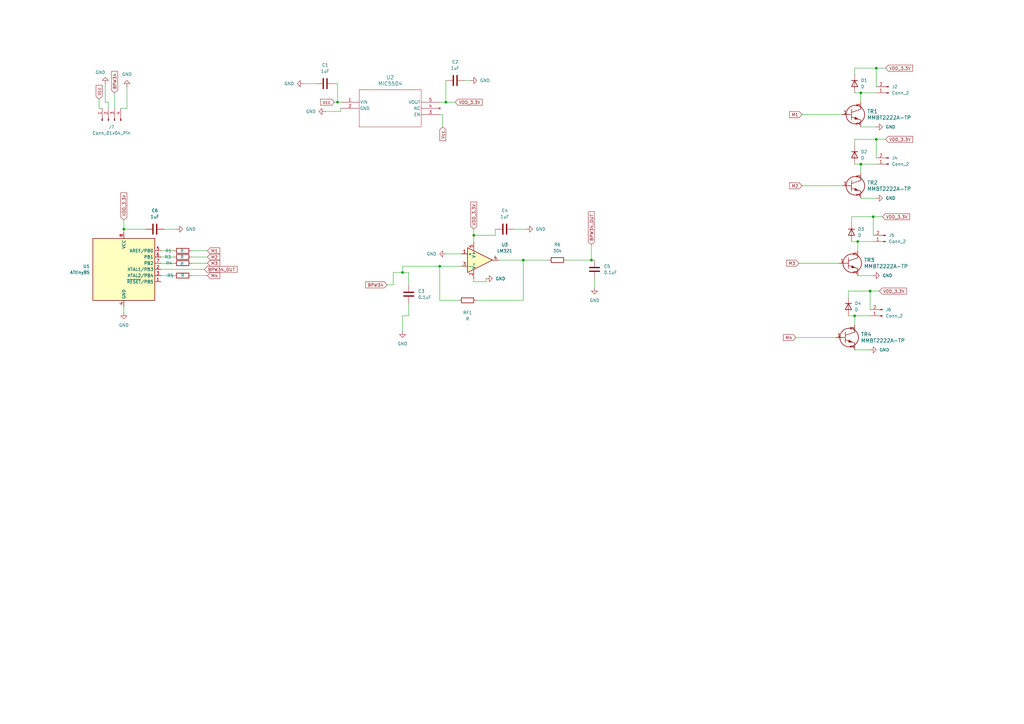
<source format=kicad_sch>
(kicad_sch (version 20231120) (generator "eeschema") (generator_version "8.0")
  (paper "A3")
  (lib_symbols
    (symbol "Amplifier_Operational:LM321" (pin_names (offset 0.127))
      (property "Reference" "U" (at 0 7.62 0))
      (property "Value" "LM321" (at 0 5.08 0))
      (symbol "LM321_0_1"
        (polyline (pts (xy -5.08 5.08) (xy 5.08 0) (xy -5.08 -5.08) (xy -5.08 5.08)) (stroke (width 0.254)) (fill (type background)))
      )
      (symbol "LM321_1_1"
        (pin input line (at -7.62 2.54 0) (length 2.54) (name "+") (number "1"))
        (pin power_in line (at -2.54 -7.62 90) (length 3.81) (name "V-") (number "2"))
        (pin input line (at -7.62 -2.54 0) (length 2.54) (name "-") (number "3"))
        (pin output line (at 7.62 0 180) (length 2.54) (name "~") (number "4"))
        (pin power_in line (at -2.54 7.62 270) (length 3.81) (name "V+") (number "5"))
      )
    )
    (symbol "Connector:Conn_01x02_Pin" (pin_names (offset 1.016) hide)
      (property "Reference" "J" (at 0 2.54 0))
      (property "Value" "Conn_01x02_Pin" (at 0 -5.08 0))
      (symbol "Conn_01x02_Pin_1_1"
        (polyline (pts (xy 1.27 -2.54) (xy 0.8636 -2.54)) (stroke (width 0.1524)))
        (polyline (pts (xy 1.27 0) (xy 0.8636 0)) (stroke (width 0.1524)))
        (rectangle (start 0.8636 -2.413) (end 0 -2.667) (stroke (width 0.1524)) (fill (type outline)))
        (rectangle (start 0.8636 0.127) (end 0 -0.127) (stroke (width 0.1524)) (fill (type outline)))
        (pin passive line (at 5.08 0 180) (length 3.81) (name "Pin_1") (number "1"))
        (pin passive line (at 5.08 -2.54 180) (length 3.81) (name "Pin_2") (number "2"))
      )
    )
    (symbol "Connector:Conn_01x04_Pin" (pin_names (offset 1.016) hide)
      (property "Reference" "J" (at 0 5.08 0))
      (property "Value" "Conn_01x04_Pin" (at 0 -7.62 0))
      (symbol "Conn_01x04_Pin_1_1"
        (polyline (pts (xy 1.27 -5.08) (xy 0.8636 -5.08)) (stroke (width 0.1524)))
        (polyline (pts (xy 1.27 -2.54) (xy 0.8636 -2.54)) (stroke (width 0.1524)))
        (polyline (pts (xy 1.27 0) (xy 0.8636 0)) (stroke (width 0.1524)))
        (polyline (pts (xy 1.27 2.54) (xy 0.8636 2.54)) (stroke (width 0.1524)))
        (rectangle (start 0.8636 -4.953) (end 0 -5.207) (stroke (width 0.1524)) (fill (type outline)))
        (rectangle (start 0.8636 -2.413) (end 0 -2.667) (stroke (width 0.1524)) (fill (type outline)))
        (rectangle (start 0.8636 0.127) (end 0 -0.127) (stroke (width 0.1524)) (fill (type outline)))
        (rectangle (start 0.8636 2.667) (end 0 2.413) (stroke (width 0.1524)) (fill (type outline)))
        (pin passive line (at 5.08 2.54 180) (length 3.81) (name "Pin_1") (number "1"))
        (pin passive line (at 5.08 0 180) (length 3.81) (name "Pin_2") (number "2"))
        (pin passive line (at 5.08 -2.54 180) (length 3.81) (name "Pin_3") (number "3"))
        (pin passive line (at 5.08 -5.08 180) (length 3.81) (name "Pin_4") (number "4"))
      )
    )
    (symbol "Device:C" (pin_numbers hide) (pin_names (offset 0.254))
      (property "Reference" "C" (at 0.635 2.54 0))
      (property "Value" "C" (at 0.635 -2.54 0))
      (symbol "C_0_1"
        (polyline (pts (xy -2.032 -0.762) (xy 2.032 -0.762)) (stroke (width 0.508)))
        (polyline (pts (xy -2.032 0.762) (xy 2.032 0.762)) (stroke (width 0.508)))
      )
      (symbol "C_1_1"
        (pin passive line (at 0 3.81 270) (length 2.794) (name "~") (number "1"))
        (pin passive line (at 0 -3.81 90) (length 2.794) (name "~") (number "2"))
      )
    )
    (symbol "Device:D" (pin_numbers hide) (pin_names (offset 1.016) hide)
      (property "Reference" "D" (at 0 2.54 0))
      (property "Value" "D" (at 0 -2.54 0))
      (symbol "D_0_1"
        (polyline (pts (xy -1.27 1.27) (xy -1.27 -1.27)) (stroke (width 0.254)))
        (polyline (pts (xy 1.27 0) (xy -1.27 0)))
        (polyline (pts (xy 1.27 1.27) (xy 1.27 -1.27) (xy -1.27 0) (xy 1.27 1.27)) (stroke (width 0.254)))
      )
      (symbol "D_1_1"
        (pin passive line (at -3.81 0 0) (length 2.54) (name "K") (number "1"))
        (pin passive line (at 3.81 0 180) (length 2.54) (name "A") (number "2"))
      )
    )
    (symbol "Device:R" (pin_numbers hide) (pin_names (offset 0))
      (property "Reference" "R" (at 2.032 0 90))
      (property "Value" "R" (at 0 0 90))
      (symbol "R_0_1"
        (rectangle (start -1.016 -2.54) (end 1.016 2.54) (stroke (width 0.254)))
      )
      (symbol "R_1_1"
        (pin passive line (at 0 3.81 270) (length 1.27) (name "~") (number "1"))
        (pin passive line (at 0 -3.81 90) (length 1.27) (name "~") (number "2"))
      )
    )
    (symbol "MCU_Microchip_ATtiny:ATtiny85-20S"
      (property "Reference" "U" (at -12.7 13.97 0))
      (property "Value" "ATtiny85-20S" (at 2.54 -13.97 0))
      (symbol "ATtiny85-20S_0_1"
        (rectangle (start -12.7 -12.7) (end 12.7 12.7) (stroke (width 0.254)) (fill (type background)))
      )
      (symbol "ATtiny85-20S_1_1"
        (pin bidirectional line (at 15.24 -5.08 180) (length 2.54) (name "~{RESET}/PB5") (number "1"))
        (pin bidirectional line (at 15.24 0 180) (length 2.54) (name "XTAL1/PB3") (number "2"))
        (pin bidirectional line (at 15.24 -2.54 180) (length 2.54) (name "XTAL2/PB4") (number "3"))
        (pin power_in line (at 0 -15.24 90) (length 2.54) (name "GND") (number "4"))
        (pin bidirectional line (at 15.24 7.62 180) (length 2.54) (name "AREF/PB0") (number "5"))
        (pin bidirectional line (at 15.24 5.08 180) (length 2.54) (name "PB1") (number "6"))
        (pin bidirectional line (at 15.24 2.54 180) (length 2.54) (name "PB2") (number "7"))
        (pin power_in line (at 0 15.24 270) (length 2.54) (name "VCC") (number "8"))
      )
    )
    (symbol "MIC5504:MIC5504-3.3YM5-TR" (pin_names (offset 0.254))
      (property "Reference" "U" (at 20.32 10.16 0))
      (property "Value" "MIC5504-3.3YM5-TR" (at 20.32 7.62 0))
      (symbol "MIC5504-3.3YM5-TR_0_1"
        (polyline (pts (xy 7.62 -10.16) (xy 33.02 -10.16)) (stroke (width 0.127)))
        (polyline (pts (xy 7.62 5.08) (xy 7.62 -10.16)) (stroke (width 0.127)))
        (polyline (pts (xy 33.02 -10.16) (xy 33.02 5.08)) (stroke (width 0.127)))
        (polyline (pts (xy 33.02 5.08) (xy 7.62 5.08)) (stroke (width 0.127)))
        (pin input line (at 0 0 0) (length 7.62) (name "VIN") (number "1"))
        (pin power_in line (at 0 -2.54 0) (length 7.62) (name "GND") (number "2"))
        (pin input line (at 40.64 -5.08 180) (length 7.62) (name "EN") (number "3"))
        (pin no_connect line (at 40.64 -2.54 180) (length 7.62) (name "NC") (number "4"))
        (pin output line (at 40.64 0 180) (length 7.62) (name "VOUT") (number "5"))
      )
    )
    (symbol "MMBT2222A:MMBT2222A-TP" (pin_names (offset 0.254))
      (property "Reference" "TR" (at 10.16 2.54 0))
      (property "Value" "MMBT2222A-TP" (at 10.16 -2.54 0))
      (symbol "MMBT2222A-TP_0_1"
        (polyline (pts (xy 2.54 0) (xy 3.81 0)) (stroke (width 0.2032)))
        (polyline (pts (xy 3.81 -2.2098) (xy 3.81 2.2098)) (stroke (width 0.2032)))
        (polyline (pts (xy 3.81 -0.9398) (xy 7.62 -2.2098)) (stroke (width 0.2032)))
        (polyline (pts (xy 3.81 0.9398) (xy 7.62 2.2098)) (stroke (width 0.2032)))
        (polyline (pts (xy 7.62 -2.54) (xy 7.62 -2.2098)) (stroke (width 0.2032)))
        (polyline (pts (xy 7.62 2.2098) (xy 7.62 2.54)) (stroke (width 0.2032)))
        (polyline (pts (xy 5.3848 -0.9398) (xy 5.08 -1.905) (xy 6.6548 -1.905)) (fill (type outline)))
        (circle (center 5.3848 0) (radius 3.81) (stroke (width 0.254)))
        (pin unspecified line (at 0 0 0) (length 2.54) (name "") (number "1"))
        (pin unspecified line (at 7.62 -5.08 90) (length 2.54) (name "") (number "2"))
        (pin unspecified line (at 7.62 5.08 270) (length 2.54) (name "") (number "3"))
      )
    )
    (symbol "power:GND" (power) (pin_numbers hide) (pin_names (offset 0) hide)
      (property "Value" "GND" (at 0 -3.81 0))
      (symbol "GND_0_1"
        (polyline (pts (xy 0 0) (xy 0 -1.27) (xy 1.27 -1.27) (xy 0 -2.54) (xy -1.27 -1.27) (xy 0 -1.27)))
      )
      (symbol "GND_1_1"
        (pin power_in line (at 0 0 270) (length 0) (name "~") (number "1"))
      )
    )
  )
  (junction (at 350.52 129.54))
  (junction (at 353.06 38.1))
  (junction (at 180.34 109.22))
  (junction (at 182.88 41.91))
  (junction (at 359.41 57.15))
  (junction (at 214.63 106.68))
  (junction (at 165.1 111.76))
  (junction (at 356.87 119.38))
  (junction (at 353.06 67.31))
  (junction (at 138.43 41.91))
  (junction (at 358.14 88.9))
  (junction (at 359.41 27.94))
  (junction (at 242.57 106.68))
  (junction (at 50.8 93.98))
  (junction (at 194.31 96.52))
  (junction (at 351.79 99.06))
  (wire (pts (xy 133.35 45.72) (xy 139.7 45.72)))
  (wire (pts (xy 359.41 57.15) (xy 359.41 64.77)))
  (wire (pts (xy 359.41 57.15) (xy 363.22 57.15)))
  (wire (pts (xy 353.06 38.1) (xy 353.06 41.91)))
  (wire (pts (xy 353.06 52.07) (xy 359.41 52.07)))
  (wire (pts (xy 242.57 106.68) (xy 243.84 106.68)))
  (wire (pts (xy 356.87 119.38) (xy 360.68 119.38)))
  (wire (pts (xy 43.18 41.91) (xy 44.45 41.91)))
  (wire (pts (xy 182.88 33.02) (xy 182.88 41.91)))
  (wire (pts (xy 138.43 34.29) (xy 138.43 41.91)))
  (wire (pts (xy 78.74 102.87) (xy 85.09 102.87)))
  (wire (pts (xy 358.14 88.9) (xy 358.14 96.52)))
  (wire (pts (xy 189.23 109.22) (xy 180.34 109.22)))
  (wire (pts (xy 167.64 111.76) (xy 165.1 111.76)))
  (wire (pts (xy 350.52 59.69) (xy 350.52 57.15)))
  (wire (pts (xy 78.74 107.95) (xy 85.09 107.95)))
  (wire (pts (xy 327.66 107.95) (xy 344.17 107.95)))
  (wire (pts (xy 182.88 41.91) (xy 186.69 41.91)))
  (wire (pts (xy 44.45 41.91) (xy 44.45 44.45)))
  (wire (pts (xy 359.41 27.94) (xy 359.41 35.56)))
  (wire (pts (xy 203.2 93.98) (xy 203.2 96.52)))
  (wire (pts (xy 350.52 38.1) (xy 353.06 38.1)))
  (wire (pts (xy 40.64 40.64) (xy 40.64 44.45)))
  (wire (pts (xy 50.8 93.98) (xy 59.69 93.98)))
  (wire (pts (xy 194.31 96.52) (xy 194.31 99.06)))
  (wire (pts (xy 167.64 124.46) (xy 167.64 129.54)))
  (wire (pts (xy 326.39 138.43) (xy 342.9 138.43)))
  (wire (pts (xy 350.52 27.94) (xy 359.41 27.94)))
  (wire (pts (xy 52.07 35.56) (xy 52.07 44.45)))
  (wire (pts (xy 195.58 123.19) (xy 214.63 123.19)))
  (wire (pts (xy 359.41 67.31) (xy 353.06 67.31)))
  (wire (pts (xy 137.16 41.91) (xy 138.43 41.91)))
  (wire (pts (xy 328.93 46.99) (xy 345.44 46.99)))
  (wire (pts (xy 243.84 114.3) (xy 243.84 118.11)))
  (wire (pts (xy 165.1 129.54) (xy 165.1 135.89)))
  (wire (pts (xy 78.74 113.03) (xy 85.09 113.03)))
  (wire (pts (xy 180.34 109.22) (xy 165.1 109.22)))
  (wire (pts (xy 181.61 46.99) (xy 181.61 52.07)))
  (wire (pts (xy 167.64 116.84) (xy 167.64 111.76)))
  (wire (pts (xy 190.5 33.02) (xy 193.04 33.02)))
  (wire (pts (xy 210.82 93.98) (xy 215.9 93.98)))
  (wire (pts (xy 359.41 38.1) (xy 353.06 38.1)))
  (wire (pts (xy 180.34 123.19) (xy 180.34 109.22)))
  (wire (pts (xy 165.1 129.54) (xy 167.64 129.54)))
  (wire (pts (xy 214.63 106.68) (xy 224.79 106.68)))
  (wire (pts (xy 138.43 41.91) (xy 139.7 41.91)))
  (wire (pts (xy 349.25 99.06) (xy 351.79 99.06)))
  (wire (pts (xy 350.52 30.48) (xy 350.52 27.94)))
  (wire (pts (xy 351.79 113.03) (xy 358.14 113.03)))
  (wire (pts (xy 214.63 123.19) (xy 214.63 106.68)))
  (wire (pts (xy 328.93 76.2) (xy 345.44 76.2)))
  (wire (pts (xy 359.41 27.94) (xy 363.22 27.94)))
  (wire (pts (xy 351.79 99.06) (xy 351.79 102.87)))
  (wire (pts (xy 139.7 45.72) (xy 139.7 44.45)))
  (wire (pts (xy 358.14 99.06) (xy 351.79 99.06)))
  (wire (pts (xy 46.99 38.1) (xy 46.99 44.45)))
  (wire (pts (xy 242.57 100.33) (xy 242.57 106.68)))
  (wire (pts (xy 182.88 104.14) (xy 189.23 104.14)))
  (wire (pts (xy 203.2 96.52) (xy 194.31 96.52)))
  (wire (pts (xy 232.41 106.68) (xy 242.57 106.68)))
  (wire (pts (xy 349.25 88.9) (xy 358.14 88.9)))
  (wire (pts (xy 194.31 115.57) (xy 199.39 115.57)))
  (wire (pts (xy 67.31 93.98) (xy 72.39 93.98)))
  (wire (pts (xy 66.04 105.41) (xy 71.12 105.41)))
  (wire (pts (xy 43.18 34.29) (xy 43.18 41.91)))
  (wire (pts (xy 356.87 119.38) (xy 356.87 127)))
  (wire (pts (xy 50.8 90.17) (xy 50.8 93.98)))
  (wire (pts (xy 350.52 57.15) (xy 359.41 57.15)))
  (wire (pts (xy 199.39 115.57) (xy 199.39 114.3)))
  (wire (pts (xy 187.96 123.19) (xy 180.34 123.19)))
  (wire (pts (xy 350.52 143.51) (xy 356.87 143.51)))
  (wire (pts (xy 165.1 111.76) (xy 161.29 111.76)))
  (wire (pts (xy 358.14 88.9) (xy 361.95 88.9)))
  (wire (pts (xy 353.06 81.28) (xy 359.41 81.28)))
  (wire (pts (xy 214.63 106.68) (xy 204.47 106.68)))
  (wire (pts (xy 347.98 121.92) (xy 347.98 119.38)))
  (wire (pts (xy 356.87 129.54) (xy 350.52 129.54)))
  (wire (pts (xy 50.8 125.73) (xy 50.8 128.27)))
  (wire (pts (xy 194.31 93.98) (xy 194.31 96.52)))
  (wire (pts (xy 165.1 109.22) (xy 165.1 111.76)))
  (wire (pts (xy 347.98 119.38) (xy 356.87 119.38)))
  (wire (pts (xy 124.46 34.29) (xy 129.54 34.29)))
  (wire (pts (xy 180.34 46.99) (xy 181.61 46.99)))
  (wire (pts (xy 66.04 102.87) (xy 71.12 102.87)))
  (wire (pts (xy 194.31 115.57) (xy 194.31 114.3)))
  (wire (pts (xy 78.74 105.41) (xy 85.09 105.41)))
  (wire (pts (xy 161.29 111.76) (xy 161.29 116.84)))
  (wire (pts (xy 158.75 116.84) (xy 161.29 116.84)))
  (wire (pts (xy 137.16 34.29) (xy 138.43 34.29)))
  (wire (pts (xy 353.06 67.31) (xy 353.06 71.12)))
  (wire (pts (xy 50.8 93.98) (xy 50.8 95.25)))
  (wire (pts (xy 350.52 129.54) (xy 350.52 133.35)))
  (wire (pts (xy 66.04 107.95) (xy 71.12 107.95)))
  (wire (pts (xy 66.04 113.03) (xy 71.12 113.03)))
  (wire (pts (xy 347.98 129.54) (xy 350.52 129.54)))
  (wire (pts (xy 350.52 67.31) (xy 353.06 67.31)))
  (wire (pts (xy 180.34 41.91) (xy 182.88 41.91)))
  (wire (pts (xy 349.25 91.44) (xy 349.25 88.9)))
  (wire (pts (xy 40.64 44.45) (xy 41.91 44.45)))
  (wire (pts (xy 66.04 110.49) (xy 83.82 110.49)))
  (wire (pts (xy 52.07 44.45) (xy 49.53 44.45)))
  (global_label "M4" (shape input) (at 85.09 113.03 0) (property "Intersheetrefs" "${INTERSHEET_REFS}" (effects (hide yes))))
  (global_label "VDD_3.3V" (shape input) (at 360.68 119.38 0) (property "Intersheetrefs" "${INTERSHEET_REFS}" (effects (hide yes))))
  (global_label "BPW34" (shape input) (at 46.99 38.1 90) (property "Intersheetrefs" "${INTERSHEET_REFS}" (effects (hide yes))))
  (global_label "VDD_3.3V" (shape input) (at 194.31 93.98 90) (property "Intersheetrefs" "${INTERSHEET_REFS}" (effects (hide yes))))
  (global_label "VDD_3.3V" (shape input) (at 363.22 27.94 0) (property "Intersheetrefs" "${INTERSHEET_REFS}" (effects (hide yes))))
  (global_label "M1" (shape input) (at 328.93 46.99 180) (property "Intersheetrefs" "${INTERSHEET_REFS}" (effects (hide yes))))
  (global_label "M2" (shape input) (at 328.93 76.2 180) (property "Intersheetrefs" "${INTERSHEET_REFS}" (effects (hide yes))))
  (global_label "VDD_3.3V" (shape input) (at 361.95 88.9 0) (property "Intersheetrefs" "${INTERSHEET_REFS}" (effects (hide yes))))
  (global_label "VDD_3.3V" (shape input) (at 186.69 41.91 0) (property "Intersheetrefs" "${INTERSHEET_REFS}" (effects (hide yes))))
  (global_label "VDD_3.3V" (shape input) (at 50.8 90.17 90) (property "Intersheetrefs" "${INTERSHEET_REFS}" (effects (hide yes))))
  (global_label "BPW34_OUT" (shape input) (at 242.57 100.33 90) (property "Intersheetrefs" "${INTERSHEET_REFS}" (effects (hide yes))))
  (global_label "M3" (shape input) (at 85.09 107.95 0) (property "Intersheetrefs" "${INTERSHEET_REFS}" (effects (hide yes))))
  (global_label "Vcc" (shape input) (at 181.61 52.07 270) (property "Intersheetrefs" "${INTERSHEET_REFS}" (effects (hide yes))))
  (global_label "BPW34_OUT" (shape input) (at 83.82 110.49 0) (property "Intersheetrefs" "${INTERSHEET_REFS}" (effects (hide yes))))
  (global_label "VDD_3.3V" (shape input) (at 363.22 57.15 0) (property "Intersheetrefs" "${INTERSHEET_REFS}" (effects (hide yes))))
  (global_label "M2" (shape input) (at 85.09 105.41 0) (property "Intersheetrefs" "${INTERSHEET_REFS}" (effects (hide yes))))
  (global_label "BPW34" (shape input) (at 158.75 116.84 180) (property "Intersheetrefs" "${INTERSHEET_REFS}" (effects (hide yes))))
  (global_label "Vcc" (shape input) (at 40.64 40.64 90) (property "Intersheetrefs" "${INTERSHEET_REFS}" (effects (hide yes))))
  (global_label "Vcc" (shape input) (at 137.16 41.91 180) (property "Intersheetrefs" "${INTERSHEET_REFS}" (effects (hide yes))))
  (global_label "M3" (shape input) (at 327.66 107.95 180) (property "Intersheetrefs" "${INTERSHEET_REFS}" (effects (hide yes))))
  (global_label "M4" (shape input) (at 326.39 138.43 180) (property "Intersheetrefs" "${INTERSHEET_REFS}" (effects (hide yes))))
  (global_label "M1" (shape input) (at 85.09 102.87 0) (property "Intersheetrefs" "${INTERSHEET_REFS}" (effects (hide yes))))
  (symbol (lib_id "Device:D") (at 349.25 95.25 270) (unit 1)
    (property "Reference" "D3" (at 351.79 93.9799 90) (effects (justify left)))
    (property "Value" "D" (at 351.79 96.5199 90) (effects (justify left)))
    (property "Footprint" "1N4148SMD:SOD123_DIO" (effects (hide yes)))
    (property "Description" "Diode" (effects (hide yes)))
    (property "Sim.Device" "D" (effects (hide yes)))
    (property "Sim.Pins" "1=K 2=A" (effects (hide yes)))
  )
  (symbol (lib_id "Device:D") (at 350.52 63.5 270) (unit 1)
    (property "Reference" "D2" (at 353.06 62.2299 90) (effects (justify left)))
    (property "Value" "D" (at 353.06 64.7699 90) (effects (justify left)))
    (property "Footprint" "1N4148SMD:SOD123_DIO" (effects (hide yes)))
    (property "Description" "Diode" (effects (hide yes)))
    (property "Sim.Device" "D" (effects (hide yes)))
    (property "Sim.Pins" "1=K 2=A" (effects (hide yes)))
  )
  (symbol (lib_id "MMBT2222A:MMBT2222A-TP") (at 345.44 46.99 0) (unit 1)
    (property "Reference" "TR1" (at 355.6 45.7199 0) (effects (font (size 1.524 1.524)) (justify left)))
    (property "Value" "MMBT2222A-TP" (at 355.6 48.2599 0) (effects (font (size 1.524 1.524)) (justify left)))
    (property "Footprint" "MMBT2222A:MTR_MMBT2222A-TP_MCE" (effects (hide yes)))
    (property "Datasheet" "MMBT2222A-TP" (effects (hide yes)))
  )
  (symbol (lib_id "power:GND") (at 182.88 104.14 270) (unit 1)
    (property "Reference" "#PWR013" (effects (hide yes)))
    (property "Value" "GND" (at 179.07 104.1399 90) (effects (justify right)))
    (property "Description" "Power symbol creates a global label with name \"GND\" , ground" (effects (hide yes)))
  )
  (symbol (lib_id "power:GND") (at 43.18 34.29 180) (unit 1)
    (property "Reference" "#PWR08" (effects (hide yes)))
    (property "Value" "GND" (at 39.116 29.718 0) (effects (justify right)))
    (property "Description" "Power symbol creates a global label with name \"GND\" , ground" (effects (hide yes)))
  )
  (symbol (lib_id "Device:R") (at 74.93 113.03 90) (unit 1)
    (property "Reference" "R5" (at 69.85 113.03 90))
    (property "Value" "R" (at 74.93 113.03 90))
    (property "Footprint" "Resistor_SMD:R_0603_1608Metric_Pad0.98x0.95mm_HandSolder" (effects (hide yes)))
    (property "Description" "Resistor" (effects (hide yes)))
  )
  (symbol (lib_id "power:GND") (at 193.04 33.02 90) (unit 1)
    (property "Reference" "#PWR06" (effects (hide yes)))
    (property "Value" "GND" (at 196.85 33.0199 90) (effects (justify right)))
    (property "Description" "Power symbol creates a global label with name \"GND\" , ground" (effects (hide yes)))
  )
  (symbol (lib_id "power:GND") (at 199.39 114.3 90) (unit 1)
    (property "Reference" "#PWR014" (effects (hide yes)))
    (property "Value" "GND" (at 203.2 114.2999 90) (effects (justify right)))
    (property "Description" "Power symbol creates a global label with name \"GND\" , ground" (effects (hide yes)))
  )
  (symbol (lib_id "MMBT2222A:MMBT2222A-TP") (at 344.17 107.95 0) (unit 1)
    (property "Reference" "TR3" (at 354.33 106.6799 0) (effects (font (size 1.524 1.524)) (justify left)))
    (property "Value" "MMBT2222A-TP" (at 354.33 109.2199 0) (effects (font (size 1.524 1.524)) (justify left)))
    (property "Footprint" "MMBT2222A:MTR_MMBT2222A-TP_MCE" (effects (hide yes)))
    (property "Datasheet" "MMBT2222A-TP" (effects (hide yes)))
  )
  (symbol (lib_id "power:GND") (at 359.41 52.07 90) (unit 1)
    (property "Reference" "#PWR03" (effects (hide yes)))
    (property "Value" "GND" (at 363.22 52.0699 90) (effects (justify right)))
    (property "Description" "Power symbol creates a global label with name \"GND\" , ground" (effects (hide yes)))
  )
  (symbol (lib_id "Device:R") (at 191.77 123.19 90) (unit 1)
    (property "Reference" "RF1" (at 191.77 128.27 90))
    (property "Value" "R" (at 191.77 130.81 90))
    (property "Footprint" "Resistor_SMD:R_0603_1608Metric" (effects (hide yes)))
    (property "Description" "Resistor" (effects (hide yes)))
  )
  (symbol (lib_id "Device:C") (at 186.69 33.02 90) (unit 1)
    (property "Reference" "C2" (at 186.69 25.4 90))
    (property "Value" "1uF" (at 186.69 27.94 90))
    (property "Footprint" "Capacitor_SMD:C_0603_1608Metric_Pad1.08x0.95mm_HandSolder" (effects (hide yes)))
    (property "Description" "Unpolarized capacitor" (effects (hide yes)))
  )
  (symbol (lib_id "power:GND") (at 215.9 93.98 90) (unit 1)
    (property "Reference" "#PWR015" (effects (hide yes)))
    (property "Value" "GND" (at 219.71 93.9799 90) (effects (justify right)))
    (property "Description" "Power symbol creates a global label with name \"GND\" , ground" (effects (hide yes)))
  )
  (symbol (lib_id "Device:C") (at 167.64 120.65 180) (unit 1)
    (property "Reference" "C3" (at 171.45 119.3799 0) (effects (justify right)))
    (property "Value" "0.1uF" (at 171.45 121.9199 0) (effects (justify right)))
    (property "Footprint" "Capacitor_SMD:C_0603_1608Metric" (effects (hide yes)))
    (property "Description" "Unpolarized capacitor" (effects (hide yes)))
  )
  (symbol (lib_id "Amplifier_Operational:LM321") (at 196.85 106.68 0) (unit 1)
    (property "Reference" "U3" (at 207.01 100.3614 0))
    (property "Value" "LM321" (at 207.01 102.9014 0))
    (property "Footprint" "Package_TO_SOT_SMD:SOT-23-5" (effects (hide yes)))
    (property "Datasheet" "http://www.ti.com/lit/ds/symlink/lm321.pdf" (effects (hide yes)))
    (property "Description" "Low Power Single Operational Amplifier, SOT-23-5" (effects (hide yes)))
  )
  (symbol (lib_id "Device:D") (at 350.52 34.29 270) (unit 1)
    (property "Reference" "D1" (at 353.06 33.0199 90) (effects (justify left)))
    (property "Value" "D" (at 353.06 35.5599 90) (effects (justify left)))
    (property "Footprint" "1N4148SMD:SOD123_DIO" (effects (hide yes)))
    (property "Description" "Diode" (effects (hide yes)))
    (property "Sim.Device" "D" (effects (hide yes)))
    (property "Sim.Pins" "1=K 2=A" (effects (hide yes)))
  )
  (symbol (lib_id "Connector:Conn_01x02_Pin") (at 361.95 129.54 180) (unit 1)
    (property "Reference" "J6" (at 363.22 126.9999 0) (effects (justify right)))
    (property "Value" "Conn_2" (at 363.22 129.5399 0) (effects (justify right)))
    (property "Footprint" "Connector_PinHeader_2.54mm:PinHeader_1x02_P2.54mm_Vertical" (effects (hide yes)))
    (property "Description" "Generic connector, single row, 01x02, script generated" (effects (hide yes)))
  )
  (symbol (lib_id "power:GND") (at 356.87 143.51 90) (unit 1)
    (property "Reference" "#PWR010" (effects (hide yes)))
    (property "Value" "GND" (at 360.68 143.5099 90) (effects (justify right)))
    (property "Description" "Power symbol creates a global label with name \"GND\" , ground" (effects (hide yes)))
  )
  (symbol (lib_id "Device:R") (at 74.93 107.95 90) (unit 1)
    (property "Reference" "R4" (at 69.342 107.95 90))
    (property "Value" "R" (at 74.676 108.204 90))
    (property "Footprint" "Resistor_SMD:R_0603_1608Metric_Pad0.98x0.95mm_HandSolder" (effects (hide yes)))
    (property "Description" "Resistor" (effects (hide yes)))
  )
  (symbol (lib_id "power:GND") (at 72.39 93.98 90) (unit 1)
    (property "Reference" "#PWR07" (effects (hide yes)))
    (property "Value" "GND" (at 76.2 93.9799 90) (effects (justify right)))
    (property "Description" "Power symbol creates a global label with name \"GND\" , ground" (effects (hide yes)))
  )
  (symbol (lib_id "Device:C") (at 243.84 110.49 180) (unit 1)
    (property "Reference" "C5" (at 247.65 109.2199 0) (effects (justify right)))
    (property "Value" "0.1uF" (at 247.65 111.7599 0) (effects (justify right)))
    (property "Footprint" "Capacitor_SMD:C_0603_1608Metric" (effects (hide yes)))
    (property "Description" "Unpolarized capacitor" (effects (hide yes)))
  )
  (symbol (lib_id "Device:C") (at 207.01 93.98 90) (unit 1)
    (property "Reference" "C4" (at 207.01 86.36 90))
    (property "Value" "1uF" (at 207.01 88.9 90))
    (property "Footprint" "Capacitor_SMD:C_0603_1608Metric" (effects (hide yes)))
    (property "Description" "Unpolarized capacitor" (effects (hide yes)))
  )
  (symbol (lib_id "MMBT2222A:MMBT2222A-TP") (at 345.44 76.2 0) (unit 1)
    (property "Reference" "TR2" (at 355.6 74.9299 0) (effects (font (size 1.524 1.524)) (justify left)))
    (property "Value" "MMBT2222A-TP" (at 355.6 77.4699 0) (effects (font (size 1.524 1.524)) (justify left)))
    (property "Footprint" "MMBT2222A:MTR_MMBT2222A-TP_MCE" (effects (hide yes)))
    (property "Datasheet" "MMBT2222A-TP" (effects (hide yes)))
  )
  (symbol (lib_id "power:GND") (at 52.07 35.56 180) (unit 1)
    (property "Reference" "#PWR011" (effects (hide yes)))
    (property "Value" "GND" (at 52.07 30.48 0))
    (property "Description" "Power symbol creates a global label with name \"GND\" , ground" (effects (hide yes)))
  )
  (symbol (lib_id "Connector:Conn_01x02_Pin") (at 364.49 67.31 180) (unit 1)
    (property "Reference" "J4" (at 365.76 64.7699 0) (effects (justify right)))
    (property "Value" "Conn_2" (at 365.76 67.3099 0) (effects (justify right)))
    (property "Footprint" "Connector_PinHeader_2.54mm:PinHeader_1x02_P2.54mm_Vertical" (effects (hide yes)))
    (property "Description" "Generic connector, single row, 01x02, script generated" (effects (hide yes)))
  )
  (symbol (lib_id "Device:R") (at 74.93 102.87 90) (unit 1)
    (property "Reference" "R1" (at 69.088 102.87 90))
    (property "Value" "R" (at 74.676 102.87 90))
    (property "Footprint" "Resistor_SMD:R_0603_1608Metric_Pad0.98x0.95mm_HandSolder" (effects (hide yes)))
    (property "Description" "Resistor" (effects (hide yes)))
  )
  (symbol (lib_id "Connector:Conn_01x02_Pin") (at 364.49 38.1 180) (unit 1)
    (property "Reference" "J2" (at 365.76 35.5599 0) (effects (justify right)))
    (property "Value" "Conn_2" (at 365.76 38.0999 0) (effects (justify right)))
    (property "Footprint" "Connector_PinHeader_2.54mm:PinHeader_1x02_P2.54mm_Vertical" (effects (hide yes)))
    (property "Description" "Generic connector, single row, 01x02, script generated" (effects (hide yes)))
  )
  (symbol (lib_id "Device:C") (at 63.5 93.98 270) (unit 1)
    (property "Reference" "C6" (at 63.5 86.36 90))
    (property "Value" "1uF" (at 63.5 88.9 90))
    (property "Footprint" "Capacitor_SMD:C_0603_1608Metric" (effects (hide yes)))
    (property "Description" "Unpolarized capacitor" (effects (hide yes)))
  )
  (symbol (lib_id "MIC5504:MIC5504-3.3YM5-TR") (at 139.7 41.91 0) (unit 1)
    (property "Reference" "U2" (at 160.02 31.75 0) (effects (font (size 1.524 1.524))))
    (property "Value" "MIC5504" (at 160.02 34.29 0) (effects (font (size 1.524 1.524))))
    (property "Footprint" "Package_TO_SOT_SMD:SOT-23-5" (effects (hide yes)))
    (property "Datasheet" "MIC5504-3.3YM5-TR" (effects (hide yes)))
  )
  (symbol (lib_id "power:GND") (at 50.8 128.27 0) (unit 1)
    (property "Reference" "#PWR01" (effects (hide yes)))
    (property "Value" "GND" (at 50.8 133.35 0))
    (property "Description" "Power symbol creates a global label with name \"GND\" , ground" (effects (hide yes)))
  )
  (symbol (lib_id "Device:D") (at 347.98 125.73 270) (unit 1)
    (property "Reference" "D4" (at 350.52 124.4599 90) (effects (justify left)))
    (property "Value" "D" (at 350.52 126.9999 90) (effects (justify left)))
    (property "Footprint" "1N4148SMD:SOD123_DIO" (effects (hide yes)))
    (property "Description" "Diode" (effects (hide yes)))
    (property "Sim.Device" "D" (effects (hide yes)))
    (property "Sim.Pins" "1=K 2=A" (effects (hide yes)))
  )
  (symbol (lib_id "power:GND") (at 133.35 45.72 270) (unit 1)
    (property "Reference" "#PWR05" (effects (hide yes)))
    (property "Value" "GND" (at 129.54 45.7199 90) (effects (justify right)))
    (property "Description" "Power symbol creates a global label with name \"GND\" , ground" (effects (hide yes)))
  )
  (symbol (lib_id "power:GND") (at 243.84 118.11 0) (unit 1)
    (property "Reference" "#PWR016" (effects (hide yes)))
    (property "Value" "GND" (at 243.84 123.19 0))
    (property "Description" "Power symbol creates a global label with name \"GND\" , ground" (effects (hide yes)))
  )
  (symbol (lib_id "Connector:Conn_01x02_Pin") (at 363.22 99.06 180) (unit 1)
    (property "Reference" "J5" (at 364.49 96.5199 0) (effects (justify right)))
    (property "Value" "Conn_2" (at 364.49 99.0599 0) (effects (justify right)))
    (property "Footprint" "Connector_PinHeader_2.54mm:PinHeader_1x02_P2.54mm_Vertical" (effects (hide yes)))
    (property "Description" "Generic connector, single row, 01x02, script generated" (effects (hide yes)))
  )
  (symbol (lib_id "Device:R") (at 74.93 105.41 90) (unit 1)
    (property "Reference" "R3" (at 68.834 105.41 90))
    (property "Value" "R" (at 74.676 105.41 90))
    (property "Footprint" "Resistor_SMD:R_0603_1608Metric_Pad0.98x0.95mm_HandSolder" (effects (hide yes)))
    (property "Description" "Resistor" (effects (hide yes)))
  )
  (symbol (lib_id "Device:C") (at 133.35 34.29 90) (unit 1)
    (property "Reference" "C1" (at 133.35 26.67 90))
    (property "Value" "1uF" (at 133.35 29.21 90))
    (property "Footprint" "Capacitor_SMD:C_0603_1608Metric_Pad1.08x0.95mm_HandSolder" (effects (hide yes)))
    (property "Description" "Unpolarized capacitor" (effects (hide yes)))
  )
  (symbol (lib_id "Device:R") (at 228.6 106.68 90) (unit 1)
    (property "Reference" "R6" (at 228.6 100.33 90))
    (property "Value" "30k" (at 228.6 102.87 90))
    (property "Footprint" "Resistor_SMD:R_0603_1608Metric" (effects (hide yes)))
    (property "Description" "Resistor" (effects (hide yes)))
  )
  (symbol (lib_id "Connector:Conn_01x04_Pin") (at 44.45 49.53 90) (unit 1)
    (property "Reference" "J7" (at 45.72 52.07 90))
    (property "Value" "Conn_01x04_Pin" (at 45.72 54.61 90))
    (property "Footprint" "Connector_PinHeader_2.54mm:PinHeader_1x04_P2.54mm_Vertical" (effects (hide yes)))
    (property "Description" "Generic connector, single row, 01x04, script generated" (effects (hide yes)))
  )
  (symbol (lib_id "power:GND") (at 124.46 34.29 270) (unit 1)
    (property "Reference" "#PWR04" (effects (hide yes)))
    (property "Value" "GND" (at 120.65 34.2899 90) (effects (justify right)))
    (property "Description" "Power symbol creates a global label with name \"GND\" , ground" (effects (hide yes)))
  )
  (symbol (lib_id "MMBT2222A:MMBT2222A-TP") (at 342.9 138.43 0) (unit 1)
    (property "Reference" "TR4" (at 353.06 137.1599 0) (effects (font (size 1.524 1.524)) (justify left)))
    (property "Value" "MMBT2222A-TP" (at 353.06 139.6999 0) (effects (font (size 1.524 1.524)) (justify left)))
    (property "Footprint" "MMBT2222A:MTR_MMBT2222A-TP_MCE" (effects (hide yes)))
    (property "Datasheet" "MMBT2222A-TP" (effects (hide yes)))
  )
  (symbol (lib_id "MCU_Microchip_ATtiny:ATtiny85-20S") (at 50.8 110.49 0) (unit 1)
    (property "Reference" "U1" (at 36.83 109.2199 0) (effects (justify right)))
    (property "Value" "ATtiny85" (at 36.83 111.7599 0) (effects (justify right)))
    (property "Footprint" "Package_SO:SOIC-8W_5.3x5.3mm_P1.27mm" (effects (hide yes)))
    (property "Datasheet" "http://ww1.microchip.com/downloads/en/DeviceDoc/atmel-2586-avr-8-bit-microcontroller-attiny25-attiny45-attiny85_datasheet.pdf" (effects (hide yes)))
    (property "Description" "20MHz, 8kB Flash, 512B SRAM, 512B EEPROM, debugWIRE, SOIC-8W" (effects (hide yes)))
  )
  (symbol (lib_id "power:GND") (at 165.1 135.89 0) (unit 1)
    (property "Reference" "#PWR012" (effects (hide yes)))
    (property "Value" "GND" (at 165.1 140.97 0))
    (property "Description" "Power symbol creates a global label with name \"GND\" , ground" (effects (hide yes)))
  )
  (symbol (lib_id "power:GND") (at 358.14 113.03 90) (unit 1)
    (property "Reference" "#PWR09" (effects (hide yes)))
    (property "Value" "GND" (at 361.95 113.0299 90) (effects (justify right)))
    (property "Description" "Power symbol creates a global label with name \"GND\" , ground" (effects (hide yes)))
  )
  (symbol (lib_id "power:GND") (at 359.41 81.28 90) (unit 1)
    (property "Reference" "#PWR02" (effects (hide yes)))
    (property "Value" "GND" (at 363.22 81.2799 90) (effects (justify right)))
    (property "Description" "Power symbol creates a global label with name \"GND\" , ground" (effects (hide yes)))
  )
)
</source>
